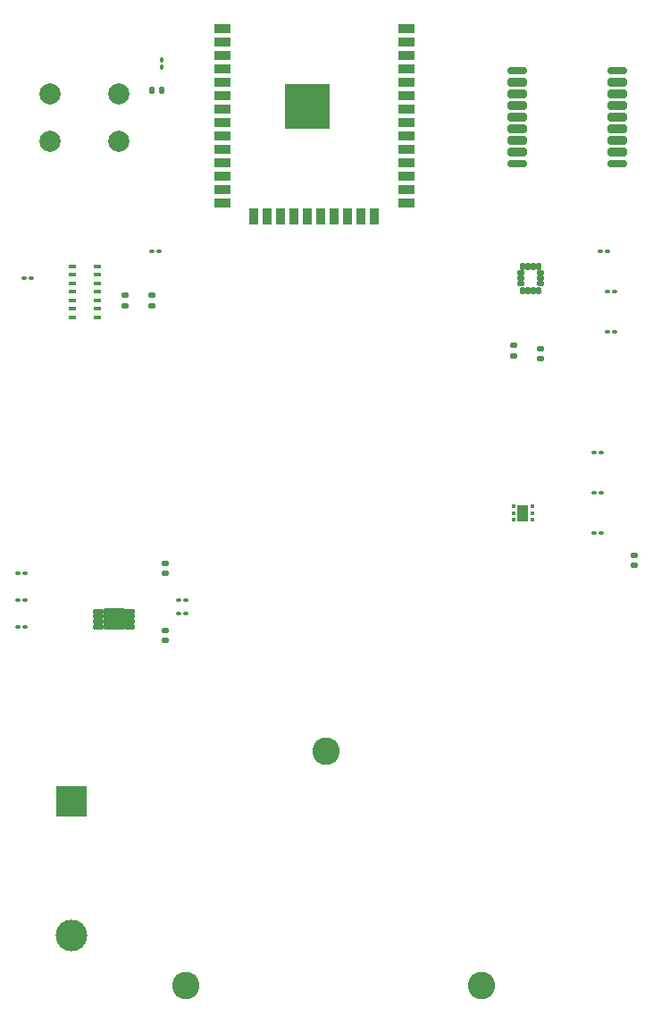
<source format=gbr>
%TF.GenerationSoftware,KiCad,Pcbnew,7.0.9*%
%TF.CreationDate,2023-12-04T17:32:10-03:00*%
%TF.ProjectId,aussistente,61757373-6973-4746-956e-74652e6b6963,rev?*%
%TF.SameCoordinates,Original*%
%TF.FileFunction,Soldermask,Top*%
%TF.FilePolarity,Negative*%
%FSLAX46Y46*%
G04 Gerber Fmt 4.6, Leading zero omitted, Abs format (unit mm)*
G04 Created by KiCad (PCBNEW 7.0.9) date 2023-12-04 17:32:10*
%MOMM*%
%LPD*%
G01*
G04 APERTURE LIST*
G04 Aperture macros list*
%AMRoundRect*
0 Rectangle with rounded corners*
0 $1 Rounding radius*
0 $2 $3 $4 $5 $6 $7 $8 $9 X,Y pos of 4 corners*
0 Add a 4 corners polygon primitive as box body*
4,1,4,$2,$3,$4,$5,$6,$7,$8,$9,$2,$3,0*
0 Add four circle primitives for the rounded corners*
1,1,$1+$1,$2,$3*
1,1,$1+$1,$4,$5*
1,1,$1+$1,$6,$7*
1,1,$1+$1,$8,$9*
0 Add four rect primitives between the rounded corners*
20,1,$1+$1,$2,$3,$4,$5,0*
20,1,$1+$1,$4,$5,$6,$7,0*
20,1,$1+$1,$6,$7,$8,$9,0*
20,1,$1+$1,$8,$9,$2,$3,0*%
G04 Aperture macros list end*
%ADD10C,2.000000*%
%ADD11C,2.600000*%
%ADD12R,3.000000X3.000000*%
%ADD13C,3.000000*%
%ADD14RoundRect,0.100000X0.130000X0.100000X-0.130000X0.100000X-0.130000X-0.100000X0.130000X-0.100000X0*%
%ADD15RoundRect,0.093750X-0.093750X-0.106250X0.093750X-0.106250X0.093750X0.106250X-0.093750X0.106250X0*%
%ADD16R,1.000000X1.600000*%
%ADD17R,1.500000X0.900000*%
%ADD18R,0.900000X1.500000*%
%ADD19C,0.600000*%
%ADD20R,4.200000X4.200000*%
%ADD21RoundRect,0.100000X-0.130000X-0.100000X0.130000X-0.100000X0.130000X0.100000X-0.130000X0.100000X0*%
%ADD22RoundRect,0.087500X-0.287500X-0.087500X0.287500X-0.087500X0.287500X0.087500X-0.287500X0.087500X0*%
%ADD23RoundRect,0.140000X-0.170000X0.140000X-0.170000X-0.140000X0.170000X-0.140000X0.170000X0.140000X0*%
%ADD24RoundRect,0.140000X0.140000X0.170000X-0.140000X0.170000X-0.140000X-0.170000X0.140000X-0.170000X0*%
%ADD25RoundRect,0.102000X-0.125000X0.237500X-0.125000X-0.237500X0.125000X-0.237500X0.125000X0.237500X0*%
%ADD26RoundRect,0.102000X-0.237500X-0.125000X0.237500X-0.125000X0.237500X0.125000X-0.237500X0.125000X0*%
%ADD27RoundRect,0.140000X0.170000X-0.140000X0.170000X0.140000X-0.170000X0.140000X-0.170000X-0.140000X0*%
%ADD28RoundRect,0.102000X0.950000X0.875000X-0.950000X0.875000X-0.950000X-0.875000X0.950000X-0.875000X0*%
%ADD29RoundRect,0.102000X0.375000X0.150000X-0.375000X0.150000X-0.375000X-0.150000X0.375000X-0.150000X0*%
%ADD30RoundRect,0.175000X-0.725000X-0.175000X0.725000X-0.175000X0.725000X0.175000X-0.725000X0.175000X0*%
%ADD31RoundRect,0.200000X-0.700000X-0.200000X0.700000X-0.200000X0.700000X0.200000X-0.700000X0.200000X0*%
%ADD32RoundRect,0.100000X-0.100000X0.130000X-0.100000X-0.130000X0.100000X-0.130000X0.100000X0.130000X0*%
G04 APERTURE END LIST*
D10*
%TO.C,SW1*%
X88190000Y-72680000D03*
X94690000Y-72680000D03*
X88190000Y-77180000D03*
X94690000Y-77180000D03*
%TD*%
D11*
%TO.C,BT1*%
X129050000Y-157150000D03*
X114300000Y-134950000D03*
X101050000Y-157150000D03*
D12*
X90150000Y-139700000D03*
D13*
X90150000Y-152400000D03*
%TD*%
D14*
%TO.C,R2*%
X140365000Y-110490000D03*
X139725000Y-110490000D03*
%TD*%
D15*
%TO.C,U3*%
X132080000Y-111730000D03*
X132080000Y-112380000D03*
X132080000Y-113030000D03*
X133855000Y-113030000D03*
X133855000Y-112380000D03*
X133855000Y-111730000D03*
D16*
X132967500Y-112380000D03*
%TD*%
D14*
%TO.C,R9*%
X100995000Y-120650000D03*
X100355000Y-120650000D03*
%TD*%
D17*
%TO.C,U1*%
X104452500Y-66555000D03*
X104452500Y-67825000D03*
X104452500Y-69095000D03*
X104452500Y-70365000D03*
X104452500Y-71635000D03*
X104452500Y-72905000D03*
X104452500Y-74175000D03*
X104452500Y-75445000D03*
X104452500Y-76715000D03*
X104452500Y-77985000D03*
X104452500Y-79255000D03*
X104452500Y-80525000D03*
X104452500Y-81795000D03*
X104452500Y-83065000D03*
D18*
X107492500Y-84315000D03*
X108762500Y-84315000D03*
X110032500Y-84315000D03*
X111302500Y-84315000D03*
X112572500Y-84315000D03*
X113842500Y-84315000D03*
X115112500Y-84315000D03*
X116382500Y-84315000D03*
X117652500Y-84315000D03*
X118922500Y-84315000D03*
D17*
X121952500Y-83065000D03*
X121952500Y-81795000D03*
X121952500Y-80525000D03*
X121952500Y-79255000D03*
X121952500Y-77985000D03*
X121952500Y-76715000D03*
X121952500Y-75445000D03*
X121952500Y-74175000D03*
X121952500Y-72905000D03*
X121952500Y-71635000D03*
X121952500Y-70365000D03*
X121952500Y-69095000D03*
X121952500Y-67825000D03*
X121952500Y-66555000D03*
D19*
X110997500Y-73132500D03*
X110997500Y-74657500D03*
X111760000Y-72370000D03*
X111760000Y-73895000D03*
X111760000Y-75420000D03*
X112522500Y-73132500D03*
D20*
X112522500Y-73895000D03*
D19*
X112522500Y-74657500D03*
X113285000Y-72370000D03*
X113285000Y-73895000D03*
X113285000Y-75420000D03*
X114047500Y-73132500D03*
X114047500Y-74657500D03*
%TD*%
D14*
%TO.C,R8*%
X141635000Y-91440000D03*
X140995000Y-91440000D03*
%TD*%
D21*
%TO.C,R13*%
X85755000Y-120650000D03*
X85115000Y-120650000D03*
%TD*%
D22*
%TO.C,U4*%
X90240000Y-89040000D03*
X90240000Y-89840000D03*
X90240000Y-90640000D03*
X90240000Y-91440000D03*
X90240000Y-92240000D03*
X90240000Y-93040000D03*
X90240000Y-93840000D03*
X92640000Y-93840000D03*
X92640000Y-93040000D03*
X92640000Y-92240000D03*
X92640000Y-91440000D03*
X92640000Y-90640000D03*
X92640000Y-89840000D03*
X92640000Y-89040000D03*
%TD*%
D23*
%TO.C,C7*%
X99060000Y-123500000D03*
X99060000Y-124460000D03*
%TD*%
%TO.C,C3*%
X97790000Y-91790000D03*
X97790000Y-92750000D03*
%TD*%
%TO.C,C5*%
X132080000Y-96520000D03*
X132080000Y-97480000D03*
%TD*%
%TO.C,C4*%
X134620000Y-96830000D03*
X134620000Y-97790000D03*
%TD*%
D14*
%TO.C,R15*%
X140945000Y-87630000D03*
X140305000Y-87630000D03*
%TD*%
D21*
%TO.C,R11*%
X85755000Y-118110000D03*
X85115000Y-118110000D03*
%TD*%
D24*
%TO.C,C8*%
X98750000Y-72390000D03*
X97790000Y-72390000D03*
%TD*%
D25*
%TO.C,U2*%
X134457500Y-89007500D03*
X133957500Y-89007500D03*
X133457500Y-89007500D03*
X132957500Y-89007500D03*
D26*
X132795000Y-89670000D03*
X132795000Y-90170000D03*
X132795000Y-90670000D03*
D25*
X132957500Y-91332500D03*
X133457500Y-91332500D03*
X133957500Y-91332500D03*
X134457500Y-91332500D03*
D26*
X134620000Y-90670000D03*
X134620000Y-90170000D03*
X134620000Y-89670000D03*
%TD*%
D23*
%TO.C,C2*%
X95250000Y-91790000D03*
X95250000Y-92750000D03*
%TD*%
D14*
%TO.C,R1*%
X140365000Y-106680000D03*
X139725000Y-106680000D03*
%TD*%
D27*
%TO.C,C6*%
X99060000Y-118110000D03*
X99060000Y-117150000D03*
%TD*%
D14*
%TO.C,R4*%
X98455000Y-87630000D03*
X97815000Y-87630000D03*
%TD*%
D21*
%TO.C,R5*%
X85695000Y-90170000D03*
X86335000Y-90170000D03*
%TD*%
D14*
%TO.C,R10*%
X100995000Y-121920000D03*
X100355000Y-121920000D03*
%TD*%
D28*
%TO.C,IC1*%
X94210000Y-122440000D03*
D29*
X92710000Y-123190000D03*
X92710000Y-122690000D03*
X92710000Y-122190000D03*
X92710000Y-121690000D03*
X95710000Y-121690000D03*
X95710000Y-122190000D03*
X95710000Y-122690000D03*
X95710000Y-123190000D03*
%TD*%
D30*
%TO.C,U5*%
X132410000Y-70510000D03*
D31*
X132410000Y-71610000D03*
X132410000Y-72710000D03*
X132410000Y-73810000D03*
X132410000Y-74910000D03*
X132410000Y-76010000D03*
X132410000Y-77110000D03*
X132410000Y-78210000D03*
D30*
X132410000Y-79310000D03*
X141910000Y-79310000D03*
D31*
X141910000Y-78210000D03*
X141910000Y-77110000D03*
X141910000Y-76010000D03*
X141910000Y-74910000D03*
X141910000Y-73810000D03*
X141910000Y-72710000D03*
X141910000Y-71610000D03*
D30*
X141910000Y-70510000D03*
%TD*%
D14*
%TO.C,R3*%
X140365000Y-114300000D03*
X139725000Y-114300000D03*
%TD*%
%TO.C,R7*%
X141635000Y-95250000D03*
X140995000Y-95250000D03*
%TD*%
D27*
%TO.C,C1*%
X143510000Y-117320000D03*
X143510000Y-116360000D03*
%TD*%
D21*
%TO.C,R12*%
X85755000Y-123190000D03*
X85115000Y-123190000D03*
%TD*%
D32*
%TO.C,R14*%
X98715000Y-69530000D03*
X98715000Y-70170000D03*
%TD*%
M02*

</source>
